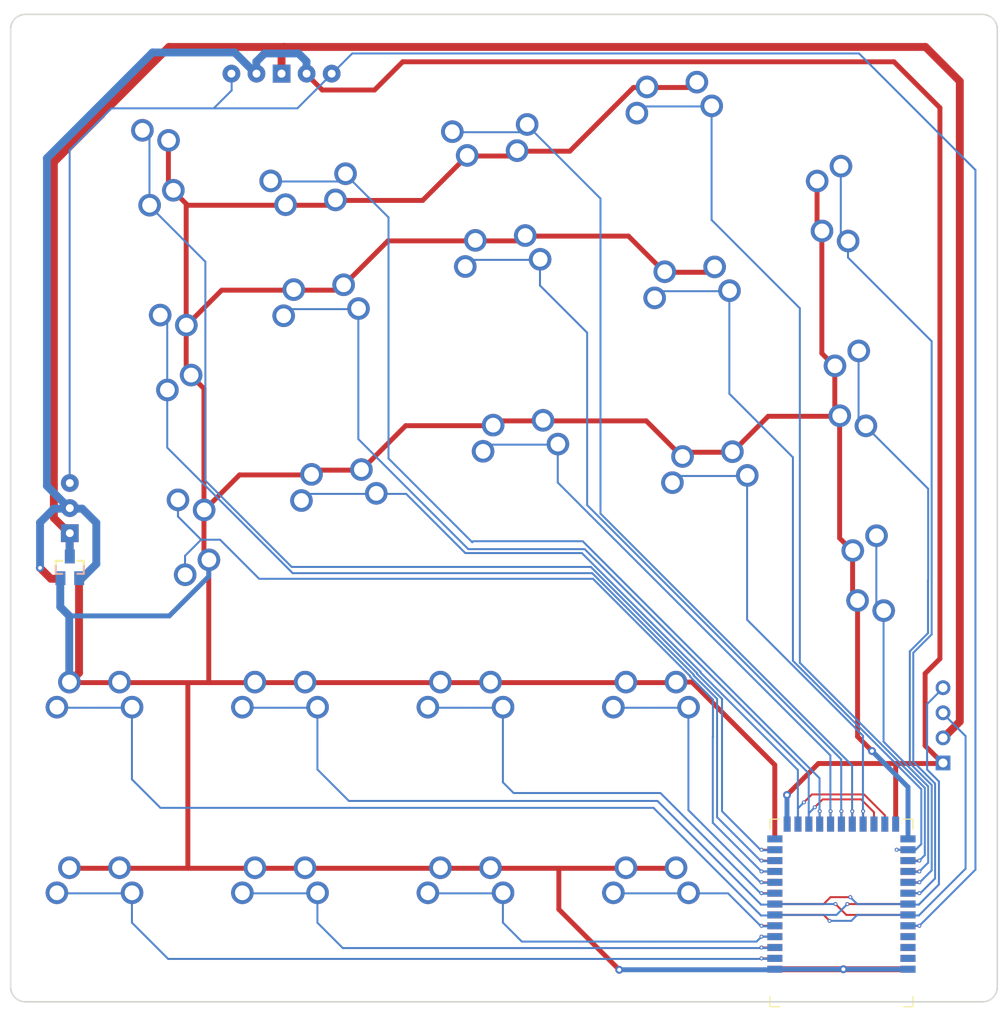
<source format=kicad_pcb>
(kicad_pcb (version 20211014) (generator pcbnew)
  (title_block (title "mitosis-board") (rev "v1.0.0") (company "Unknown"))
  (layers (0 "F.Cu" signal) (31 "B.Cu" signal) (34 "B.Paste" user) (35 "F.Paste" user) (36 "B.SilkS" user "B.Silkscreen") (37 "F.SilkS" user "F.Silkscreen") (38 "B.Mask" user) (39 "F.Mask" user) (44 "Edge.Cuts" user))
  (net 0 "")
  (net 1 "GND")
  (net 2 "t_c1_r1")
  (net 3 "t_c1_r2")
  (net 4 "t_c2_r1")
  (net 5 "t_c2_r2")
  (net 6 "t_c3_r1")
  (net 7 "t_c3_r2")
  (net 8 "t_c4_r1")
  (net 9 "t_c4_r2")
  (net 10 "m_c1_r1")
  (net 11 "m_c1_r2")
  (net 12 "m_c1_r3")
  (net 13 "m_c2_r1")
  (net 14 "m_c2_r2")
  (net 15 "m_c2_r3")
  (net 16 "m_c3_r1")
  (net 17 "m_c3_r2")
  (net 18 "m_c3_r3")
  (net 19 "m_c4_r1")
  (net 20 "m_c4_r2")
  (net 21 "m_c4_r3")
  (net 22 "m_c5_r1")
  (net 23 "m_c5_r2")
  (net 24 "m_c5_r3")
  (net 25 "DMIN")
  (net 26 "DPLUS")
  (net 27 "P005")
  (net 28 "P009")
  (net 29 "P010")
  (net 30 "XTRA")
  (net 31 "P106")
  (net 32 "SWDCLK")
  (net 33 "SWDIO")
  (net 34 "VBUS")
  (net 35 "VCC")
  (net 36 "P110")
  (net 37 "P111")
  (net 38 "P113")
  (net 39 "GND_P")
  (footprint "MountingHole:MountingHole_2.2mm_M2" (layer "F.Cu") (at 97.5 -2.5)
    (fp_text reference "")
    (fp_text value "")
  )
  (footprint "MX" (layer "F.Cu") (at 69.310968 -69.127436 5.5)
    (fp_text reference "S19" hide)
    (fp_text value "" hide)
  )
  (footprint "MX" (layer "F.Cu") (at 64.9 -8.5)
    (fp_text reference "S7" hide)
    (fp_text value "" hide)
  )
  (footprint "MX" (layer "F.Cu") (at 67.509068 -87.840884 5.5)
    (fp_text reference "S20" hide)
    (fp_text value "" hide)
  )
  (footprint "MX" (layer "F.Cu") (at 46.1 -8.5)
    (fp_text reference "S5" hide)
    (fp_text value "" hide)
  )
  (footprint "MX" (layer "F.Cu") (at 87.04679 -81.082377 95.5)
    (fp_text reference "S23" hide)
    (fp_text value "" hide)
  )
  (footprint "MX" (layer "F.Cu") (at 90.65059 -43.65548 95.5)
    (fp_text reference "S21" hide)
    (fp_text value "" hide)
  )
  (footprint "MX" (layer "F.Cu") (at 11.1962 -84.226897 -84.5)
    (fp_text reference "S11" hide)
    (fp_text value "" hide)
  )
  (footprint "MX" (layer "F.Cu") (at 51.920191 -53.589068 5.5)
    (fp_text reference "S15" hide)
    (fp_text value "" hide)
  )
  (footprint "MX" (layer "F.Cu") (at 8.5 -27.3)
    (fp_text reference "S2" hide)
    (fp_text value "" hide)
  )
  (footprint "MX" (layer "F.Cu") (at 33.513448 -48.6019 5.5)
    (fp_text reference "S12" hide)
    (fp_text value "" hide)
  )
  (footprint "MX" (layer "F.Cu") (at 88.84869 -62.368929 95.5)
    (fp_text reference "S22" hide)
    (fp_text value "" hide)
  )
  (footprint "MX" (layer "F.Cu") (at 71.112868 -50.413987 5.5)
    (fp_text reference "S18" hide)
    (fp_text value "" hide)
  )
  (footprint "MX" (layer "F.Cu") (at 27.3 -27.3)
    (fp_text reference "S4" hide)
    (fp_text value "" hide)
  )
  (footprint "MountingHole:MountingHole_2.2mm_M2" (layer "F.Cu") (at 2.5 -38)
    (fp_text reference "")
    (fp_text value "")
  )
  (footprint "SOT23" (layer "F.Cu") (at 6 -44)
    (fp_text reference "")
    (fp_text value "SOT23")
  )
  (footprint "MX" (layer "F.Cu") (at 29.909648 -86.028797 -174.5)
    (fp_text reference "S14" hide)
    (fp_text value "" hide)
  )
  (footprint "MX" (layer "F.Cu") (at 50.118291 -72.302517 5.5)
    (fp_text reference "S16" hide)
    (fp_text value "" hide)
  )
  (footprint "MountingHole:MountingHole_2.2mm_M2" (layer "F.Cu") (at 2.5 -97.5)
    (fp_text reference "")
    (fp_text value "")
  )
  (footprint "MX" (layer "F.Cu") (at 12.9981 -65.513448 -84.5)
    (fp_text reference "S10" hide)
    (fp_text value "" hide)
  )
  (footprint "MountingHole:MountingHole_2.2mm_M2" (layer "F.Cu") (at 97.5 -97.5)
    (fp_text reference "")
    (fp_text value "")
  )
  (footprint "MX" (layer "F.Cu") (at 64.9 -27.3)
    (fp_text reference "S8" hide)
    (fp_text value "" hide)
  )
  (footprint "four_pin_header" (layer "F.Cu") (at 94.5 -28 180)
    (fp_text reference "")
    (fp_text value "")
  )
  (footprint "MX" (layer "F.Cu") (at 8.5 -8.5)
    (fp_text reference "S1" hide)
    (fp_text value "" hide)
  )
  (footprint "MX" (layer "F.Cu") (at 46.1 -27.3)
    (fp_text reference "S6" hide)
    (fp_text value "" hide)
  )
  (footprint "MX" (layer "F.Cu") (at 27.3 -8.5)
    (fp_text reference "S3" hide)
    (fp_text value "" hide)
  )
  (footprint "MX" (layer "F.Cu") (at 14.8 -46.8 -84.5)
    (fp_text reference "S9" hide)
    (fp_text value "" hide)
  )
  (footprint "MX" (layer "F.Cu") (at 31.711548 -67.315349 5.5)
    (fp_text reference "S13" hide)
    (fp_text value "" hide)
  )
  (footprint "MX" (layer "F.Cu") (at 48.31639 -91.015965 -174.5)
    (fp_text reference "S17" hide)
    (fp_text value "" hide)
  )
  (footprint "nRF52840_holyiot_18010" (layer "F.Cu") (at 84.2 -9 180)
    (fp_text reference "")
    (fp_text value "nRF52840_holyiot_18010")
  )
  (footprint "magnetic_connector" (layer "B.Cu") (at 24.92 -94 -90)
    (fp_text reference "")
    (fp_text value "")
  )
  (footprint "nRF52840_holyiot_18010" (layer "B.Cu") (at 84.2 -9)
    (fp_text reference "")
    (fp_text value "nRF52840_holyiot_18010")
  )
  (footprint "magnetic_connector" (layer "B.Cu") (at 30 -94 90)
    (fp_text reference "")
    (fp_text value "")
  )
  (footprint "magnetic_connector" (layer "B.Cu") (at 6 -50 180)
    (fp_text reference "")
    (fp_text value "")
  )
  (footprint "SOT23" (layer "B.Cu") (at 6 -44 180)
    (fp_text reference "")
    (fp_text value "SOT23")
  )
  (gr_line (start 0 -98.5) (end 0 -1.5) (layer "Edge.Cuts") (width 0.15))
  (gr_arc (start 0 -98.5) (mid 0.43934 -99.56066) (end 1.5 -100) (layer "Edge.Cuts") (width 0.15))
  (gr_line (start 100 -1.5) (end 100 -98.5) (layer "Edge.Cuts") (width 0.15))
  (gr_arc (start 1.5 0) (mid 0.43934 -0.43934) (end 0 -1.5) (layer "Edge.Cuts") (width 0.15))
  (gr_arc (start 100 -1.5) (mid 99.56066 -0.43934) (end 98.5 0) (layer "Edge.Cuts") (width 0.15))
  (gr_line (start 98.5 -100) (end 1.5 -100) (layer "Edge.Cuts") (width 0.15))
  (gr_line (start 1.5 0) (end 98.5 0) (layer "Edge.Cuts") (width 0.15))
  (gr_arc (start 98.5 -100) (mid 99.56066 -99.56066) (end 100 -98.5) (layer "Edge.Cuts") (width 0.15))
  (segment (start 64.419513 -58.83255) (end 53.945427 -58.83255) (width 0.5) (layer "F.Cu") (net 1))
  (segment (start 85.334355 -45.640311) (end 85.334355 -41.070595) (width 0.5) (layer "F.Cu") (net 1))
  (segment (start 81.730555 -83.067208) (end 81.730555 -78.497492) (width 0.5) (layer "F.Cu") (net 1))
  (segment (start 87.3 -25.4) (end 85.837426 -26.862574) (width 0.5) (layer "F.Cu") (net 1))
  (segment (start 43.543826 -13.523421) (end 48.623826 -13.523421) (width 0.5) (layer "F.Cu") (net 1))
  (segment (start 77.45 -23.986446) (end 69.056446 -32.38) (width 0.5) (layer "F.Cu") (net 1))
  (segment (start 17.963826 -32.323421) (end 20.163826 -32.323421) (width 0.5) (layer "F.Cu") (net 1))
  (segment (start 19.59699 -62.100456) (end 19.59699 -49.758624) (width 0.5) (layer "F.Cu") (net 1))
  (segment (start 51.315419 -86.146222) (end 56.67492 -86.146222) (width 0.5) (layer "F.Cu") (net 1))
  (segment (start 40.038955 -58.345653) (end 35.538684 -53.845382) (width 0.5) (layer "F.Cu") (net 1))
  (segment (start 18.281987 -63.415459) (end 19.59699 -62.100456) (width 0.5) (layer "F.Cu") (net 1))
  (segment (start 43.543826 -32.323421) (end 48.623826 -32.323421) (width 0.5) (layer "F.Cu") (net 1))
  (segment (start 6.933826 -42.843421) (end 6.933826 -33.313421) (width 0.8) (layer "F.Cu") (net 1))
  (segment (start 55.563826 -13.523421) (end 55.563826 -9.363421) (width 0.5) (layer "F.Cu") (net 1))
  (segment (start 23.196851 -53.358485) (end 19.59699 -49.758624) (width 0.5) (layer "F.Cu") (net 1))
  (segment (start 15.99319 -82.615805) (end 16.480087 -82.128908) (width 0.5) (layer "F.Cu") (net 1))
  (segment (start 48.888814 -58.345653) (end 40.038955 -58.345653) (width 0.5) (layer "F.Cu") (net 1))
  (segment (start 62.617613 -77.545999) (end 66.279591 -73.884021) (width 0.5) (layer "F.Cu") (net 1))
  (segment (start 84.019352 -59.297147) (end 76.777782 -59.297147) (width 0.5) (layer "F.Cu") (net 1))
  (segment (start 38.237055 -77.059102) (end 47.086914 -77.059102) (width 0.5) (layer "F.Cu") (net 1))
  (segment (start 28.680171 -72.071934) (end 33.249887 -72.071934) (width 0.5) (layer "F.Cu") (net 1))
  (segment (start 66.279591 -73.884021) (end 70.849307 -73.884021) (width 0.5) (layer "F.Cu") (net 1))
  (segment (start 17.936838 -80.672157) (end 32.42178 -80.672157) (width 0.5) (layer "F.Cu") (net 1))
  (segment (start 47.086914 -77.059102) (end 51.65663 -77.059102) (width 0.5) (layer "F.Cu") (net 1))
  (segment (start 82.217452 -78.010595) (end 82.217452 -65.668763) (width 0.5) (layer "F.Cu") (net 1))
  (segment (start 32.908677 -81.159054) (end 41.758535 -81.159054) (width 0.5) (layer "F.Cu") (net 1))
  (segment (start 81.730555 -78.497492) (end 82.217452 -78.010595) (width 0.5) (layer "F.Cu") (net 1))
  (segment (start 76.777782 -59.297147) (end 73.138104 -55.657469) (width 0.5) (layer "F.Cu") (net 1))
  (segment (start 83.532455 -59.784044) (end 84.019352 -59.297147) (width 0.5) (layer "F.Cu") (net 1))
  (segment (start 17.963826 -13.563421) (end 18.003826 -13.523421) (width 0.5) (layer "F.Cu") (net 1))
  (segment (start 73.138104 -55.657469) (end 68.568388 -55.657469) (width 0.5) (layer "F.Cu") (net 1))
  (segment (start 55.563826 -13.523421) (end 62.343826 -13.523421) (width 0.5) (layer "F.Cu") (net 1))
  (segment (start 18.003826 -13.523421) (end 24.743826 -13.523421) (width 0.5) (layer "F.Cu") (net 1))
  (segment (start 84.019352 -59.297147) (end 84.019352 -46.955314) (width 0.5) (layer "F.Cu") (net 1))
  (segment (start 85.334355 -41.070595) (end 85.821252 -40.583698) (width 0.5) (layer "F.Cu") (net 1))
  (segment (start 17.79509 -80.813905) (end 17.936838 -80.672157) (width 0.5) (layer "F.Cu") (net 1))
  (segment (start 20.083887 -44.702011) (end 20.083887 -32.40336) (width 0.5) (layer "F.Cu") (net 1))
  (segment (start 21.394952 -72.071934) (end 28.680171 -72.071934) (width 0.5) (layer "F.Cu") (net 1))
  (segment (start 46.258806 -85.659325) (end 50.828522 -85.659325) (width 0.5) (layer "F.Cu") (net 1))
  (segment (start 19.59699 -45.188908) (end 20.083887 -44.702011) (width 0.5) (layer "F.Cu") (net 1))
  (segment (start 24.743826 -13.523421) (end 29.823826 -13.523421) (width 0.5) (layer "F.Cu") (net 1))
  (segment (start 5.943826 -32.323421) (end 11.023826 -32.323421) (width 0.5) (layer "F.Cu") (net 1))
  (segment (start 5.943826 -13.523421) (end 11.023826 -13.523421) (width 0.5) (layer "F.Cu") (net 1))
  (segment (start 17.963826 -32.323421) (end 17.963826 -13.563421) (width 0.5) (layer "F.Cu") (net 1))
  (segment (start 51.65663 -77.059102) (end 52.143527 -77.545999) (width 0.5) (layer "F.Cu") (net 1))
  (segment (start 17.79509 -63.902356) (end 18.281987 -63.415459) (width 0.5) (layer "F.Cu") (net 1))
  (segment (start 6.933826 -33.313421) (end 5.943826 -32.323421) (width 0.8) (layer "F.Cu") (net 1))
  (segment (start 35.538684 -53.845382) (end 30.968968 -53.845382) (width 0.5) (layer "F.Cu") (net 1))
  (segment (start 24.743826 -32.323421) (end 29.823826 -32.323421) (width 0.5) (layer "F.Cu") (net 1))
  (segment (start 69.047407 -92.597469) (end 69.534304 -93.084366) (width 0.5) (layer "F.Cu") (net 1))
  (segment (start 33.249887 -72.071934) (end 33.736784 -72.558831) (width 0.5) (layer "F.Cu") (net 1))
  (segment (start 84.019352 -46.955314) (end 85.334355 -45.640311) (width 0.5) (layer "F.Cu") (net 1))
  (segment (start 32.42178 -80.672157) (end 32.908677 -81.159054) (width 0.5) (layer "F.Cu") (net 1))
  (segment (start 20.163826 -32.323421) (end 24.743826 -32.323421) (width 0.5) (layer "F.Cu") (net 1))
  (segment (start 29.823826 -13.523421) (end 43.543826 -13.523421) (width 0.5) (layer "F.Cu") (net 1))
  (segment (start 29.823826 -32.323421) (end 43.543826 -32.323421) (width 0.5) (layer "F.Cu") (net 1))
  (segment (start 77.45 -3.3) (end 84.4 -3.3) (width 0.6) (layer "F.Cu") (net 1))
  (segment (start 11.023826 -13.523421) (end 18.003826 -13.523421) (width 0.5) (layer "F.Cu") (net 1))
  (segment (start 49.375711 -58.83255) (end 48.888814 -58.345653) (width 0.5) (layer "F.Cu") (net 1))
  (segment (start 48.623826 -32.323421) (end 62.343826 -32.323421) (width 0.5) (layer "F.Cu") (net 1))
  (segment (start 55.563826 -9.363421) (end 61.683826 -3.243421) (width 0.5) (layer "F.Cu") (net 1))
  (segment (start 16.480087 -82.128908) (end 17.79509 -80.813905) (width 0.5) (layer "F.Cu") (net 1))
  (segment (start 15.99319 -87.185521) (end 15.99319 -82.615805) (width 0.5) (layer "F.Cu") (net 1))
  (segment (start 82.217452 -65.668763) (end 83.532455 -64.35376) (width 0.5) (layer "F.Cu") (net 1))
  (segment (start 77.45 -16.5) (end 77.45 -23.986446) (width 0.5) (layer "F.Cu") (net 1))
  (segment (start 19.59699 -49.758624) (end 19.59699 -45.188908) (width 0.5) (layer "F.Cu") (net 1))
  (segment (start 70.849307 -73.884021) (end 71.336204 -74.370918) (width 0.5) (layer "F.Cu") (net 1))
  (segment (start 62.343826 -32.323421) (end 67.423826 -32.323421) (width 0.5) (layer "F.Cu") (net 1))
  (segment (start 11.023826 -32.323421) (end 17.963826 -32.323421) (width 0.5) (layer "F.Cu") (net 1))
  (segment (start 68.568388 -55.657469) (end 68.081491 -55.170572) (width 0.5) (layer "F.Cu") (net 1))
  (segment (start 17.79509 -68.472072) (end 21.394952 -72.071934) (width 0.5) (layer "F.Cu") (net 1))
  (segment (start 56.67492 -86.146222) (end 63.126167 -92.597469) (width 0.5) (layer "F.Cu") (net 1))
  (segment (start 48.623826 -13.523421) (end 55.563826 -13.523421) (width 0.5) (layer "F.Cu") (net 1))
  (segment (start 52.143527 -77.545999) (end 62.617613 -77.545999) (width 0.5) (layer "F.Cu") (net 1))
  (segment (start 85.837426 -26.862574) (end 85.837426 -40.640277) (width 0.5) (layer "F.Cu") (net 1))
  (segment (start 20.083887 -32.40336) (end 20.163826 -32.323421) (width 0.5) (layer "F.Cu") (net 1))
  (segment (start 41.758535 -81.159054) (end 46.258806 -85.659325) (width 0.5) (layer "F.Cu") (net 1))
  (segment (start 90.95 -3.3) (end 84.4 -3.3) (width 0.6) (layer "F.Cu") (net 1))
  (segment (start 17.79509 -80.813905) (end 17.79509 -68.472072) (width 0.5) (layer "F.Cu") (net 1))
  (segment (start 62.343826 -13.523421) (end 67.423826 -13.523421) (width 0.5) (layer "F.Cu") (net 1))
  (segment (start 30.968968 -53.845382) (end 30.482071 -53.358485) (width 0.5) (layer "F.Cu") (net 1))
  (segment (start 33.736784 -72.558831) (end 38.237055 -77.059102) (width 0.5) (layer "F.Cu") (net 1))
  (segment (start 63.126167 -92.597469) (end 69.047407 -92.597469) (width 0.5) (layer "F.Cu") (net 1))
  (segment (start 17.79509 -68.472072) (end 17.79509 -63.902356) (width 0.5) (layer "F.Cu") (net 1))
  (segment (start 50.828522 -85.659325) (end 51.315419 -86.146222) (width 0.5) (layer "F.Cu") (net 1))
  (segment (start 83.532455 -64.35376) (end 83.532455 -59.784044) (width 0.5) (layer "F.Cu") (net 1))
  (segment (start 53.945427 -58.83255) (end 49.375711 -58.83255) (width 0.5) (layer "F.Cu") (net 1))
  (segment (start 68.081491 -55.170572) (end 64.419513 -58.83255) (width 0.5) (layer "F.Cu") (net 1))
  (segment (start 30.482071 -53.358485) (end 23.196851 -53.358485) (width 0.5) (layer "F.Cu") (net 1))
  (segment (start 69.056446 -32.38) (end 67.44 -32.38) (width 0.5) (layer "F.Cu") (net 1))
  (via (at 87.3 -25.4) (size 0.8) (drill 0.4) (layers "F.Cu" "B.Cu") (net 1))
  (via (at 84.4 -3.3) (size 0.8) (drill 0.4) (layers "F.Cu" "B.Cu") (net 1))
  (via (at 61.683826 -3.243421) (size 0.8) (drill 0.4) (layers "F.Cu" "B.Cu") (net 1))
  (segment (start 61.683826 -3.243421) (end 77.433826 -3.243421) (width 0.5) (layer "B.Cu") (net 1))
  (segment (start 20.083887 -43.085565) (end 16.081743 -39.083421) (width 0.5) (layer "B.Cu") (net 1))
  (segment (start 77.45 -3.3) (end 84.4 -3.3) (width 0.5) (layer "B.Cu") (net 1))
  (segment (start 16.081743 -39.083421) (end 5.943826 -39.083421) (width 0.5) (layer "B.Cu") (net 1))
  (segment (start 20.083887 -44.702011) (end 20.083887 -43.085565) (width 0.5) (layer "B.Cu") (net 1))
  (segment (start 90.95 -16.5) (end 90.95 -21.75) (width 0.5) (layer "B.Cu") (net 1))
  (segment (start 90.95 -21.75) (end 87.3 -25.4) (width 0.5) (layer "B.Cu") (net 1))
  (segment (start 5.033826 -42.843421) (end 5.033826 -39.993421) (width 0.8) (layer "B.Cu") (net 1))
  (segment (start 5.943826 -39.083421) (end 5.943826 -32.323421) (width 0.8) (layer "B.Cu") (net 1))
  (segment (start 90.95 -3.3) (end 84.4 -3.3) (width 0.5) (layer "B.Cu") (net 1))
  (segment (start 5.033826 -39.993421) (end 5.943826 -39.083421) (width 0.8) (layer "B.Cu") (net 1))
  (segment (start 77.45 -4.4) (end 76.1 -4.4) (width 0.2) (layer "F.Cu") (net 2))
  (via (at 76.1 -4.4) (size 0.4) (drill 0.2) (layers "F.Cu" "B.Cu") (net 2))
  (segment (start 12.293826 -8.015768) (end 12.293826 -10.983421) (width 0.2) (layer "B.Cu") (net 2))
  (segment (start 77.433826 -4.343421) (end 15.966173 -4.343421) (width 0.2) (layer "B.Cu") (net 2))
  (segment (start 12.293826 -10.983421) (end 4.673826 -10.983421) (width 0.2) (layer "B.Cu") (net 2))
  (segment (start 15.966173 -4.343421) (end 12.293826 -8.015768) (width 0.2) (layer "B.Cu") (net 2))
  (segment (start 90.95 -9.9) (end 84.8 -9.9) (width 0.2) (layer "F.Cu") (net 3))
  (via (at 84.8 -9.9) (size 0.4) (drill 0.2) (layers "F.Cu" "B.Cu") (net 3))
  (segment (start 83.7 -8.8) (end 77.45 -8.8) (width 0.2) (layer "B.Cu") (net 3))
  (segment (start 15.183826 -19.643421) (end 12.293826 -22.533421) (width 0.2) (layer "B.Cu") (net 3))
  (segment (start 76.056579 -8.743421) (end 65.156579 -19.643421) (width 0.2) (layer "B.Cu") (net 3))
  (segment (start 65.156579 -19.643421) (end 15.183826 -19.643421) (width 0.2) (layer "B.Cu") (net 3))
  (segment (start 12.293826 -29.783421) (end 4.673826 -29.783421) (width 0.2) (layer "B.Cu") (net 3))
  (segment (start 77.433826 -8.743421) (end 76.056579 -8.743421) (width 0.2) (layer "B.Cu") (net 3))
  (segment (start 84.8 -9.9) (end 83.7 -8.8) (width 0.2) (layer "B.Cu") (net 3))
  (segment (start 12.293826 -22.533421) (end 12.293826 -29.783421) (width 0.2) (layer "B.Cu") (net 3))
  (segment (start 77.45 -5.5) (end 76.1 -5.5) (width 0.2) (layer "F.Cu") (net 4))
  (via (at 76.1 -5.5) (size 0.4) (drill 0.2) (layers "F.Cu" "B.Cu") (net 4))
  (segment (start 77.433826 -5.443421) (end 33.666173 -5.443421) (width 0.2) (layer "B.Cu") (net 4))
  (segment (start 33.666173 -5.443421) (end 31.093826 -8.015768) (width 0.2) (layer "B.Cu") (net 4))
  (segment (start 23.473826 -10.983421) (end 31.093826 -10.983421) (width 0.2) (layer "B.Cu") (net 4))
  (segment (start 31.093826 -8.015768) (end 31.093826 -10.983421) (width 0.2) (layer "B.Cu") (net 4))
  (segment (start 84.7 -8.8) (end 90.95 -8.8) (width 0.2) (layer "F.Cu") (net 5))
  (segment (start 83.6 -9.9) (end 84.7 -8.8) (width 0.2) (layer "F.Cu") (net 5))
  (via (at 83.6 -9.9) (size 0.4) (drill 0.2) (layers "F.Cu" "B.Cu") (net 5))
  (segment (start 77.433826 -9.843421) (end 76.056579 -9.843421) (width 0.2) (layer "B.Cu") (net 5))
  (segment (start 34.283826 -20.343421) (end 31.093826 -23.533421) (width 0.2) (layer "B.Cu") (net 5))
  (segment (start 76.056579 -9.843421) (end 65.556579 -20.343421) (width 0.2) (layer "B.Cu") (net 5))
  (segment (start 31.093826 -29.783421) (end 23.473826 -29.783421) (width 0.2) (layer "B.Cu") (net 5))
  (segment (start 77.45 -9.9) (end 83.6 -9.9) (width 0.2) (layer "B.Cu") (net 5))
  (segment (start 31.093826 -23.533421) (end 31.093826 -29.783421) (width 0.2) (layer "B.Cu") (net 5))
  (segment (start 65.556579 -20.343421) (end 34.283826 -20.343421) (width 0.2) (layer "B.Cu") (net 5))
  (segment (start 77.45 -6.6) (end 76.1 -6.6) (width 0.2) (layer "F.Cu") (net 6))
  (via (at 76.1 -6.6) (size 0.4) (drill 0.2) (layers "F.Cu" "B.Cu") (net 6))
  (segment (start 77.377247 -6.6) (end 76.1 -6.6) (width 0.2) (layer "B.Cu") (net 6))
  (segment (start 75.6 -6.1) (end 51.809594 -6.1) (width 0.2) (layer "B.Cu") (net 6))
  (segment (start 76.1 -6.6) (end 75.6 -6.1) (width 0.2) (layer "B.Cu") (net 6))
  (segment (start 49.893826 -10.983421) (end 42.273826 -10.983421) (width 0.2) (layer "B.Cu") (net 6))
  (segment (start 49.893826 -8.015768) (end 49.893826 -10.983421) (width 0.2) (layer "B.Cu") (net 6))
  (segment (start 51.809594 -6.1) (end 49.893826 -8.015768) (width 0.2) (layer "B.Cu") (net 6))
  (segment (start 77.45 -11) (end 76.1 -11) (width 0.2) (layer "F.Cu") (net 7))
  (via (at 76.1 -11) (size 0.4) (drill 0.2) (layers "F.Cu" "B.Cu") (net 7))
  (segment (start 49.893826 -29.783421) (end 42.273826 -29.783421) (width 0.2) (layer "B.Cu") (net 7))
  (segment (start 50.983826 -21.143421) (end 49.893826 -22.233421) (width 0.2) (layer "B.Cu") (net 7))
  (segment (start 65.856579 -21.143421) (end 50.983826 -21.143421) (width 0.2) (layer "B.Cu") (net 7))
  (segment (start 77.433826 -10.943421) (end 76.056579 -10.943421) (width 0.2) (layer "B.Cu") (net 7))
  (segment (start 76.056579 -10.943421) (end 65.856579 -21.143421) (width 0.2) (layer "B.Cu") (net 7))
  (segment (start 49.893826 -22.233421) (end 49.893826 -29.783421) (width 0.2) (layer "B.Cu") (net 7))
  (segment (start 77.45 -7.7) (end 76.1 -7.7) (width 0.2) (layer "F.Cu") (net 8))
  (via (at 76.1 -7.7) (size 0.4) (drill 0.2) (layers "F.Cu" "B.Cu") (net 8))
  (segment (start 76.056579 -7.643421) (end 72.716579 -10.983421) (width 0.2) (layer "B.Cu") (net 8))
  (segment (start 77.433826 -7.643421) (end 76.056579 -7.643421) (width 0.2) (layer "B.Cu") (net 8))
  (segment (start 72.716579 -10.983421) (end 61.073826 -10.983421) (width 0.2) (layer "B.Cu") (net 8))
  (segment (start 77.45 -12.1) (end 76.1 -12.1) (width 0.2) (layer "F.Cu") (net 9))
  (via (at 76.1 -12.1) (size 0.4) (drill 0.2) (layers "F.Cu" "B.Cu") (net 9))
  (segment (start 76.056579 -12.043421) (end 68.693826 -19.406174) (width 0.2) (layer "B.Cu") (net 9))
  (segment (start 68.693826 -29.783421) (end 61.073826 -29.783421) (width 0.2) (layer "B.Cu") (net 9))
  (segment (start 68.693826 -19.406174) (end 68.693826 -29.783421) (width 0.2) (layer "B.Cu") (net 9))
  (segment (start 77.433826 -12.043421) (end 76.056579 -12.043421) (width 0.2) (layer "B.Cu") (net 9))
  (segment (start 77.45 -13.2) (end 76.1 -13.2) (width 0.2) (layer "F.Cu") (net 10))
  (via (at 76.1 -13.2) (size 0.4) (drill 0.2) (layers "F.Cu" "B.Cu") (net 10))
  (segment (start 59.016599 -42.843421) (end 25.183826 -42.843421) (width 0.2) (layer "B.Cu") (net 10))
  (segment (start 19.309843 -46.8) (end 16.963134 -49.146709) (width 0.2) (layer "B.Cu") (net 10))
  (segment (start 71.164247 -18.135753) (end 71.164247 -26.786594) (width 0.2) (layer "B.Cu") (net 10))
  (segment (start 68.882511 -32.904756) (end 68.882511 -32.977509) (width 0.2) (layer "B.Cu") (net 10))
  (segment (start 16.963134 -49.146709) (end 16.963134 -50.835908) (width 0.2) (layer "B.Cu") (net 10))
  (segment (start 71.180421 -26.802768) (end 71.180421 -30.606846) (width 0.2) (layer "B.Cu") (net 10))
  (segment (start 68.882511 -32.977509) (end 59.016599 -42.843421) (width 0.2) (layer "B.Cu") (net 10))
  (segment (start 77.45 -13.2) (end 76.1 -13.2) (width 0.2) (layer "B.Cu") (net 10))
  (segment (start 76.1 -13.2) (end 71.164247 -18.135753) (width 0.2) (layer "B.Cu") (net 10))
  (segment (start 71.180421 -30.606846) (end 68.882511 -32.904756) (width 0.2) (layer "B.Cu") (net 10))
  (segment (start 19.309843 -46.8) (end 17.677305 -45.167462) (width 0.2) (layer "B.Cu") (net 10))
  (segment (start 71.164247 -26.786594) (end 71.180421 -26.802768) (width 0.2) (layer "B.Cu") (net 10))
  (segment (start 25.183826 -42.843421) (end 21.227247 -46.8) (width 0.2) (layer "B.Cu") (net 10))
  (segment (start 17.677305 -45.167462) (end 17.677305 -43.19441) (width 0.2) (layer "B.Cu") (net 10))
  (segment (start 21.227247 -46.8) (end 19.309843 -46.8) (width 0.2) (layer "B.Cu") (net 10))
  (segment (start 77.45 -14.3) (end 76.1 -14.3) (width 0.2) (layer "F.Cu") (net 11))
  (via (at 76.1 -14.3) (size 0.4) (drill 0.2) (layers "F.Cu" "B.Cu") (net 11))
  (segment (start 77.433826 -14.243421) (end 76.056579 -14.243421) (width 0.2) (layer "B.Cu") (net 11))
  (segment (start 58.942496 -43.411808) (end 28.588192 -43.411808) (width 0.2) (layer "B.Cu") (net 11))
  (segment (start 69.232022 -33.122282) (end 58.942496 -43.411808) (width 0.2) (layer "B.Cu") (net 11))
  (segment (start 15.875405 -68.762432) (end 15.14506 -69.492777) (width 0.2) (layer "B.Cu") (net 11))
  (segment (start 15.875405 -56.124595) (end 15.875405 -68.762432) (width 0.2) (layer "B.Cu") (net 11))
  (segment (start 69.232022 -33.049529) (end 69.232022 -33.122282) (width 0.2) (layer "B.Cu") (net 11))
  (segment (start 28.588192 -43.411808) (end 15.875405 -56.124595) (width 0.2) (layer "B.Cu") (net 11))
  (segment (start 71.6 -30.681551) (end 69.232022 -33.049529) (width 0.2) (layer "B.Cu") (net 11))
  (segment (start 71.6 -18.7) (end 71.6 -30.681551) (width 0.2) (layer "B.Cu") (net 11))
  (segment (start 76.056579 -14.243421) (end 71.6 -18.7) (width 0.2) (layer "B.Cu") (net 11))
  (segment (start 77.45 -15.4) (end 76.1 -15.4) (width 0.2) (layer "F.Cu") (net 12))
  (via (at 76.1 -15.4) (size 0.4) (drill 0.2) (layers "F.Cu" "B.Cu") (net 12))
  (segment (start 14.073505 -80.621307) (end 14.073505 -87.475881) (width 0.2) (layer "B.Cu") (net 12))
  (segment (start 77.433826 -15.343421) (end 76.056579 -15.343421) (width 0.2) (layer "B.Cu") (net 12))
  (segment (start 72.1 -19.3) (end 72.1 -30.675835) (width 0.2) (layer "B.Cu") (net 12))
  (segment (start 76.056579 -15.343421) (end 72.1 -19.3) (width 0.2) (layer "B.Cu") (net 12))
  (segment (start 28.483826 -44.043421) (end 19.740672 -52.786575) (width 0.2) (layer "B.Cu") (net 12))
  (segment (start 19.740672 -52.786575) (end 19.740672 -74.95414) (width 0.2) (layer "B.Cu") (net 12))
  (segment (start 19.740672 -74.95414) (end 14.073505 -80.621307) (width 0.2) (layer "B.Cu") (net 12))
  (segment (start 72.1 -30.675835) (end 69.581533 -33.194302) (width 0.2) (layer "B.Cu") (net 12))
  (segment (start 58.805167 -44.043421) (end 28.483826 -44.043421) (width 0.2) (layer "B.Cu") (net 12))
  (segment (start 14.073505 -87.475881) (end 13.34316 -88.206226) (width 0.2) (layer "B.Cu") (net 12))
  (segment (start 69.581533 -33.194302) (end 69.581533 -33.267055) (width 0.2) (layer "B.Cu") (net 12))
  (segment (start 69.581533 -33.267055) (end 58.805167 -44.043421) (width 0.2) (layer "B.Cu") (net 12))
  (segment (start 88.6 -18) (end 88.6 -18.9) (width 0.2) (layer "F.Cu") (net 13))
  (segment (start 86.5 -21) (end 81.2 -21) (width 0.2) (layer "F.Cu") (net 13))
  (segment (start 81.2 -21) (end 80.4 -20.2) (width 0.2) (layer "F.Cu") (net 13))
  (segment (start 88.6 -18.9) (end 86.5 -21) (width 0.2) (layer "F.Cu") (net 13))
  (via (at 80.4 -20.2) (size 0.4) (drill 0.2) (layers "F.Cu" "B.Cu") (net 13))
  (segment (start 46.083826 -45.443421) (end 40.088447 -51.4388) (width 0.2) (layer "B.Cu") (net 13))
  (segment (start 69.931044 -33.339076) (end 69.931044 -33.411829) (width 0.2) (layer "B.Cu") (net 13))
  (segment (start 80.4 -20.2) (end 79.8 -19.6) (width 0.2) (layer "B.Cu") (net 13))
  (segment (start 69.931044 -33.411829) (end 57.899452 -45.443421) (width 0.2) (layer "B.Cu") (net 13))
  (segment (start 40.088447 -51.4388) (end 30.191711 -51.4388) (width 0.2) (layer "B.Cu") (net 13))
  (segment (start 79.8 -19.6) (end 79.8 -18) (width 0.2) (layer "B.Cu") (net 13))
  (segment (start 57.899452 -45.443421) (end 46.083826 -45.443421) (width 0.2) (layer "B.Cu") (net 13))
  (segment (start 79.783826 -17.943421) (end 79.783826 -23.486294) (width 0.2) (layer "B.Cu") (net 13))
  (segment (start 79.783826 -23.486294) (end 69.931044 -33.339076) (width 0.2) (layer "B.Cu") (net 13))
  (segment (start 30.191711 -51.4388) (end 29.461366 -50.708455) (width 0.2) (layer "B.Cu") (net 13))
  (segment (start 82.3 -20.5) (end 81.5 -19.7) (width 0.2) (layer "F.Cu") (net 14))
  (segment (start 87.5 -19.2) (end 86.2 -20.5) (width 0.2) (layer "F.Cu") (net 14))
  (segment (start 86.2 -20.5) (end 82.3 -20.5) (width 0.2) (layer "F.Cu") (net 14))
  (segment (start 87.5 -18) (end 87.5 -19.2) (width 0.2) (layer "F.Cu") (net 14))
  (via (at 81.5 -19.7) (size 0.4) (drill 0.2) (layers "F.Cu" "B.Cu") (net 14))
  (segment (start 58.183826 -45.843421) (end 46.383826 -45.843421) (width 0.2) (layer "B.Cu") (net 14))
  (segment (start 80.883826 -23.143421) (end 58.183826 -45.843421) (width 0.2) (layer "B.Cu") (net 14))
  (segment (start 27.659466 -69.421904) (end 28.389811 -70.152249) (width 0.2) (layer "B.Cu") (net 14))
  (segment (start 81.5 -19.7) (end 80.9 -19.1) (width 0.2) (layer "B.Cu") (net 14))
  (segment (start 80.9 -19.1) (end 80.9 -18) (width 0.2) (layer "B.Cu") (net 14))
  (segment (start 80.883826 -17.943421) (end 80.883826 -23.143421) (width 0.2) (layer "B.Cu") (net 14))
  (segment (start 46.383826 -45.843421) (end 35.244385 -56.982862) (width 0.2) (layer "B.Cu") (net 14))
  (segment (start 35.244385 -56.982862) (end 35.244385 -70.152249) (width 0.2) (layer "B.Cu") (net 14))
  (segment (start 28.389811 -70.152249) (end 35.244385 -70.152249) (width 0.2) (layer "B.Cu") (net 14))
  (segment (start 82 -18) (end 82 -19.3) (width 0.2) (layer "F.Cu") (net 15))
  (via (at 82 -19.3) (size 0.4) (drill 0.2) (layers "F.Cu" "B.Cu") (net 15))
  (segment (start 46.783826 -46.543421) (end 38.3 -55.027247) (width 0.2) (layer "B.Cu") (net 15))
  (segment (start 38.3 -55.027247) (end 38.3 -79.438466) (width 0.2) (layer "B.Cu") (net 15))
  (segment (start 81.983826 -17.943421) (end 81.983826 -22.643421) (width 0.2) (layer "B.Cu") (net 15))
  (segment (start 46.883826 -46.643421) (end 46.783826 -46.543421) (width 0.2) (layer "B.Cu") (net 15))
  (segment (start 38.3 -79.438466) (end 33.929382 -83.809084) (width 0.2) (layer "B.Cu") (net 15))
  (segment (start 81.983826 -22.643421) (end 57.983826 -46.643421) (width 0.2) (layer "B.Cu") (net 15))
  (segment (start 57.983826 -46.643421) (end 46.883826 -46.643421) (width 0.2) (layer "B.Cu") (net 15))
  (segment (start 33.199037 -83.078739) (end 26.344463 -83.078739) (width 0.2) (layer "B.Cu") (net 15))
  (segment (start 33.929382 -83.809084) (end 33.199037 -83.078739) (width 0.2) (layer "B.Cu") (net 15))
  (segment (start 83.1 -18) (end 83.1 -19.3) (width 0.2) (layer "F.Cu") (net 16))
  (via (at 83.1 -19.3) (size 0.4) (drill 0.2) (layers "F.Cu" "B.Cu") (net 16))
  (segment (start 83.083826 -24.954853) (end 55.453028 -52.585651) (width 0.2) (layer "B.Cu") (net 16))
  (segment (start 47.868109 -55.695623) (end 48.598454 -56.425968) (width 0.2) (layer "B.Cu") (net 16))
  (segment (start 48.598454 -56.425968) (end 55.453028 -56.425968) (width 0.2) (layer "B.Cu") (net 16))
  (segment (start 83.083826 -17.943421) (end 83.083826 -24.954853) (width 0.2) (layer "B.Cu") (net 16))
  (segment (start 55.453028 -52.585651) (end 55.453028 -56.425968) (width 0.2) (layer "B.Cu") (net 16))
  (segment (start 84.2 -18) (end 84.2 -19.3) (width 0.2) (layer "F.Cu") (net 17))
  (via (at 84.2 -19.3) (size 0.4) (drill 0.2) (layers "F.Cu" "B.Cu") (net 17))
  (segment (start 53.651128 -72.542783) (end 53.651128 -75.139417) (width 0.2) (layer "B.Cu") (net 17))
  (segment (start 84.183826 -17.943421) (end 84.183826 -24.549137) (width 0.2) (layer "B.Cu") (net 17))
  (segment (start 58.434315 -50.298648) (end 58.434315 -67.759596) (width 0.2) (layer "B.Cu") (net 17))
  (segment (start 58.434315 -67.759596) (end 53.651128 -72.542783) (width 0.2) (layer "B.Cu") (net 17))
  (segment (start 46.796554 -75.139417) (end 53.651128 -75.139417) (width 0.2) (layer "B.Cu") (net 17))
  (segment (start 84.183826 -24.549137) (end 58.434315 -50.298648) (width 0.2) (layer "B.Cu") (net 17))
  (segment (start 46.066209 -74.409072) (end 46.796554 -75.139417) (width 0.2) (layer "B.Cu") (net 17))
  (segment (start 85.3 -18) (end 85.3 -19.3) (width 0.2) (layer "F.Cu") (net 18))
  (via (at 85.3 -19.3) (size 0.4) (drill 0.2) (layers "F.Cu" "B.Cu") (net 18))
  (segment (start 85.283826 -17.943421) (end 85.283826 -23.943421) (width 0.2) (layer "B.Cu") (net 18))
  (segment (start 59.783826 -49.443421) (end 59.783826 -81.34855) (width 0.2) (layer "B.Cu") (net 18))
  (segment (start 44.751205 -88.065907) (end 51.605779 -88.065907) (width 0.2) (layer "B.Cu") (net 18))
  (segment (start 51.605779 -88.065907) (end 52.336124 -88.796252) (width 0.2) (layer "B.Cu") (net 18))
  (segment (start 59.783826 -81.34855) (end 52.336124 -88.796252) (width 0.2) (layer "B.Cu") (net 18))
  (segment (start 85.283826 -23.943421) (end 59.783826 -49.443421) (width 0.2) (layer "B.Cu") (net 18))
  (segment (start 86.4 -18) (end 86.4 -19.3) (width 0.2) (layer "F.Cu") (net 19))
  (via (at 86.4 -19.3) (size 0.4) (drill 0.2) (layers "F.Cu" "B.Cu") (net 19))
  (segment (start 86.383826 -26.949137) (end 74.645705 -38.687258) (width 0.2) (layer "B.Cu") (net 19))
  (segment (start 86.383826 -17.943421) (end 86.383826 -26.949137) (width 0.2) (layer "B.Cu") (net 19))
  (segment (start 74.645705 -38.687258) (end 74.645705 -53.250887) (width 0.2) (layer "B.Cu") (net 19))
  (segment (start 67.060786 -52.520542) (end 67.791131 -53.250887) (width 0.2) (layer "B.Cu") (net 19))
  (segment (start 67.791131 -53.250887) (end 74.645705 -53.250887) (width 0.2) (layer "B.Cu") (net 19))
  (segment (start 89.8 -15.4) (end 90.95 -15.4) (width 0.2) (layer "F.Cu") (net 20))
  (via (at 89.8 -15.4) (size 0.4) (drill 0.2) (layers "F.Cu" "B.Cu") (net 20))
  (segment (start 91.664337 -15.343421) (end 92.299999 -15.979083) (width 0.2) (layer "B.Cu") (net 20))
  (segment (start 90.95 -15.4) (end 89.8 -15.4) (width 0.2) (layer "B.Cu") (net 20))
  (segment (start 92.299999 -15.979083) (end 92.3 -21.522866) (width 0.2) (layer "B.Cu") (net 20))
  (segment (start 90.085782 -23.737086) (end 90.085782 -23.741465) (width 0.2) (layer "B.Cu") (net 20))
  (segment (start 90.933826 -15.343421) (end 91.664337 -15.343421) (width 0.2) (layer "B.Cu") (net 20))
  (segment (start 90.085782 -23.741465) (end 79.283826 -34.543421) (width 0.2) (layer "B.Cu") (net 20))
  (segment (start 79.283826 -34.543421) (end 79.283826 -55.143421) (width 0.2) (layer "B.Cu") (net 20))
  (segment (start 79.283826 -55.143421) (end 72.843805 -61.583442) (width 0.2) (layer "B.Cu") (net 20))
  (segment (start 72.843805 -71.964336) (end 65.989231 -71.964336) (width 0.2) (layer "B.Cu") (net 20))
  (segment (start 72.843805 -61.583442) (end 72.843805 -71.964336) (width 0.2) (layer "B.Cu") (net 20))
  (segment (start 92.3 -21.522866) (end 90.085782 -23.737086) (width 0.2) (layer "B.Cu") (net 20))
  (segment (start 65.989231 -71.964336) (end 65.258886 -71.233991) (width 0.2) (layer "B.Cu") (net 20))
  (segment (start 90.95 -14.3) (end 92.1 -14.3) (width 0.2) (layer "F.Cu") (net 21))
  (via (at 92.1 -14.3) (size 0.4) (drill 0.2) (layers "F.Cu" "B.Cu") (net 21))
  (segment (start 92.043421 -14.243421) (end 92.64951 -14.84951) (width 0.2) (layer "B.Cu") (net 21))
  (segment (start 90.435293 -23.886249) (end 79.983826 -34.337716) (width 0.2) (layer "B.Cu") (net 21))
  (segment (start 79.983826 -34.337716) (end 79.983826 -70.243421) (width 0.2) (layer "B.Cu") (net 21))
  (segment (start 71.041905 -90.677784) (end 64.187331 -90.677784) (width 0.2) (layer "B.Cu") (net 21))
  (segment (start 64.187331 -90.677784) (end 63.456986 -89.947439) (width 0.2) (layer "B.Cu") (net 21))
  (segment (start 90.435293 -23.881858) (end 90.435293 -23.886249) (width 0.2) (layer "B.Cu") (net 21))
  (segment (start 90.933826 -14.243421) (end 92.043421 -14.243421) (width 0.2) (layer "B.Cu") (net 21))
  (segment (start 92.649511 -21.667638) (end 90.435293 -23.881858) (width 0.2) (layer "B.Cu") (net 21))
  (segment (start 92.64951 -14.84951) (end 92.649511 -21.667638) (width 0.2) (layer "B.Cu") (net 21))
  (segment (start 71.041905 -79.185342) (end 71.041905 -90.677784) (width 0.2) (layer "B.Cu") (net 21))
  (segment (start 79.983826 -70.243421) (end 71.041905 -79.185342) (width 0.2) (layer "B.Cu") (net 21))
  (segment (start 90.95 -13.2) (end 92.1 -13.2) (width 0.2) (layer "F.Cu") (net 22))
  (via (at 92.1 -13.2) (size 0.4) (drill 0.2) (layers "F.Cu" "B.Cu") (net 22))
  (segment (start 90.634315 -24.1815) (end 90.634315 -24.181523) (width 0.2) (layer "B.Cu") (net 22))
  (segment (start 92.999021 -21.812411) (end 90.784804 -24.02663) (width 0.2) (layer "B.Cu") (net 22))
  (segment (start 88.471282 -26.344556) (end 88.471282 -39.562993) (width 0.2) (layer "B.Cu") (net 22))
  (segment (start 87.740937 -40.293338) (end 87.740937 -47.147912) (width 0.2) (layer "B.Cu") (net 22))
  (segment (start 88.471282 -39.562993) (end 87.740937 -40.293338) (width 0.2) (layer "B.Cu") (net 22))
  (segment (start 90.634315 -24.181523) (end 88.471282 -26.344556) (width 0.2) (layer "B.Cu") (net 22))
  (segment (start 90.933826 -13.143421) (end 92.043421 -13.143421) (width 0.2) (layer "B.Cu") (net 22))
  (segment (start 92.999021 -14.099021) (end 92.999021 -21.812411) (width 0.2) (layer "B.Cu") (net 22))
  (segment (start 90.784804 -24.03101) (end 90.634315 -24.1815) (width 0.2) (layer "B.Cu") (net 22))
  (segment (start 90.784804 -24.02663) (end 90.784804 -24.03101) (width 0.2) (layer "B.Cu") (net 22))
  (segment (start 92.043421 -13.143421) (end 92.999021 -14.099021) (width 0.2) (layer "B.Cu") (net 22))
  (segment (start 90.95 -12.1) (end 92.1 -12.1) (width 0.2) (layer "F.Cu") (net 23))
  (via (at 92.1 -12.1) (size 0.4) (drill 0.2) (layers "F.Cu" "B.Cu") (net 23))
  (segment (start 92.083826 -12.043421) (end 93.348532 -13.308127) (width 0.2) (layer "B.Cu") (net 23))
  (segment (start 91.134315 -35.49391) (end 92.977837 -37.337432) (width 0.2) (layer "B.Cu") (net 23))
  (segment (start 91.134315 -24.171402) (end 91.134315 -35.49391) (width 0.2) (layer "B.Cu") (net 23))
  (segment (start 92.977837 -37.337432) (end 92.977837 -42.668628) (width 0.2) (layer "B.Cu") (net 23))
  (segment (start 90.933826 -12.043421) (end 92.083826 -12.043421) (width 0.2) (layer "B.Cu") (net 23))
  (segment (start 93.348532 -13.308127) (end 93.348532 -21.957184) (width 0.2) (layer "B.Cu") (net 23))
  (segment (start 92.977837 -42.668628) (end 92.994011 -42.684802) (width 0.2) (layer "B.Cu") (net 23))
  (segment (start 92.994011 -51.951813) (end 85.939037 -59.006787) (width 0.2) (layer "B.Cu") (net 23))
  (segment (start 92.994011 -42.684802) (end 92.994011 -51.951813) (width 0.2) (layer "B.Cu") (net 23))
  (segment (start 93.348532 -21.957184) (end 91.134315 -24.171402) (width 0.2) (layer "B.Cu") (net 23))
  (segment (start 85.939037 -59.006787) (end 85.939037 -65.861361) (width 0.2) (layer "B.Cu") (net 23))
  (segment (start 90.95 -11) (end 92.1 -11) (width 0.2) (layer "F.Cu") (net 24))
  (via (at 92.1 -11) (size 0.4) (drill 0.2) (layers "F.Cu" "B.Cu") (net 24))
  (segment (start 91.483826 -24.316174) (end 91.483826 -35.343421) (width 0.2) (layer "B.Cu") (net 24))
  (segment (start 84.867482 -75.373444) (end 84.867482 -76.98989) (width 0.2) (layer "B.Cu") (net 24))
  (segment (start 93.698043 -22.101957) (end 91.483826 -24.316174) (width 0.2) (layer "B.Cu") (net 24))
  (segment (start 93.343522 -37.203117) (end 93.343522 -66.897404) (width 0.2) (layer "B.Cu") (net 24))
  (segment (start 90.990405 -11) (end 92.2 -11) (width 0.2) (layer "B.Cu") (net 24))
  (segment (start 91.483826 -35.343421) (end 93.343522 -37.203117) (width 0.2) (layer "B.Cu") (net 24))
  (segment (start 92.2 -11) (end 93.698043 -12.498043) (width 0.2) (layer "B.Cu") (net 24))
  (segment (start 93.343522 -66.897404) (end 84.867482 -75.373444) (width 0.2) (layer "B.Cu") (net 24))
  (segment (start 93.698043 -12.498043) (end 93.698043 -22.101957) (width 0.2) (layer "B.Cu") (net 24))
  (segment (start 84.137137 -77.720235) (end 84.137137 -84.574809) (width 0.2) (layer "B.Cu") (net 24))
  (segment (start 84.867482 -76.98989) (end 84.137137 -77.720235) (width 0.2) (layer "B.Cu") (net 24))
  (segment (start 90.95 -7.7) (end 92.1 -7.7) (width 0.2) (layer "F.Cu") (net 30))
  (via (at 92.1 -7.7) (size 0.4) (drill 0.2) (layers "F.Cu" "B.Cu") (net 30))
  (segment (start 34.623826 -96.043421) (end 29.064336 -90.483931) (width 0.2) (layer "B.Cu") (net 30))
  (segment (start 20.583931 -90.483931) (end 10.212072 -90.483931) (width 0.2) (layer "B.Cu") (net 30))
  (segment (start 5.983826 -86.255685) (end 5.983826 -52.483421) (width 0.2) (layer "B.Cu") (net 30))
  (segment (start 92.1 -7.7) (end 97.783826 -13.383826) (width 0.2) (layer "B.Cu") (net 30))
  (segment (start 22.38 -94) (end 22.4 -94) (width 0.2) (layer "B.Cu") (net 30))
  (segment (start 10.212072 -90.483931) (end 5.983826 -86.255685) (width 0.2) (layer "B.Cu") (net 30))
  (segment (start 29.064336 -90.483931) (end 20.583931 -90.483931) (width 0.2) (layer "B.Cu") (net 30))
  (segment (start 97.783826 -84.243421) (end 85.983826 -96.043421) (width 0.2) (layer "B.Cu") (net 30))
  (segment (start 90.990405 -7.7) (end 92.1 -7.7) (width 0.2) (layer "B.Cu") (net 30))
  (segment (start 97.783826 -13.383826) (end 97.783826 -84.243421) (width 0.2) (layer "B.Cu") (net 30))
  (segment (start 22.4 -92.3) (end 20.583931 -90.483931) (width 0.2) (layer "B.Cu") (net 30))
  (segment (start 85.983826 -96.043421) (end 34.623826 -96.043421) (width 0.2) (layer "B.Cu") (net 30))
  (segment (start 22.4 -94) (end 22.4 -92.3) (width 0.2) (layer "B.Cu") (net 30))
  (segment (start 85.1 -10.6) (end 83.1 -10.6) (width 0.2) (layer "F.Cu") (net 32))
  (segment (start 83.1 -10.6) (end 82.4 -9.9) (width 0.2) (layer "F.Cu") (net 32))
  (segment (start 82.4 -9.9) (end 77.45 -9.9) (width 0.2) (layer "F.Cu") (net 32))
  (via (at 85.1 -10.6) (size 0.4) (drill 0.2) (layers "F.Cu" "B.Cu") (net 32))
  (segment (start 90.95 -9.9) (end 85.8 -9.9) (width 0.2) (layer "B.Cu") (net 32))
  (segment (start 92.883826 -23.516174) (end 94.083826 -22.316174) (width 0.2) (layer "B.Cu") (net 32))
  (segment (start 85.8 -9.9) (end 85.1 -10.6) (width 0.2) (layer "B.Cu") (net 32))
  (segment (start 94.483826 -31.753421) (end 92.883826 -30.153421) (width 0.2) (layer "B.Cu") (net 32))
  (segment (start 92.043421 -9.843421) (end 90.933826 -9.843421) (width 0.2) (layer "B.Cu") (net 32))
  (segment (start 94.083826 -22.316174) (end 94.083826 -11.883826) (width 0.2) (layer "B.Cu") (net 32))
  (segment (start 94.083826 -11.883826) (end 92.043421 -9.843421) (width 0.2) (layer "B.Cu") (net 32))
  (segment (start 92.883826 -30.153421) (end 92.883826 -23.516174) (width 0.2) (layer "B.Cu") (net 32))
  (segment (start 82.4 -8.8) (end 83 -8.2) (width 0.2) (layer "F.Cu") (net 33))
  (segment (start 77.45 -8.8) (end 82.4 -8.8) (width 0.2) (layer "F.Cu") (net 33))
  (via (at 83 -8.2) (size 0.4) (drill 0.2) (layers "F.Cu" "B.Cu") (net 33))
  (segment (start 96.783826 -26.913421) (end 96.783826 -13.483826) (width 0.2) (layer "B.Cu") (net 33))
  (segment (start 94.483826 -29.213421) (end 96.783826 -26.913421) (width 0.2) (layer "B.Cu") (net 33))
  (segment (start 85.2 -8.2) (end 85.8 -8.8) (width 0.2) (layer "B.Cu") (net 33))
  (segment (start 96.783826 -13.483826) (end 92.043421 -8.743421) (width 0.2) (layer "B.Cu") (net 33))
  (segment (start 85.8 -8.8) (end 90.95 -8.8) (width 0.2) (layer "B.Cu") (net 33))
  (segment (start 92.043421 -8.743421) (end 90.933826 -8.743421) (width 0.2) (layer "B.Cu") (net 33))
  (segment (start 83 -8.2) (end 85.2 -8.2) (width 0.2) (layer "B.Cu") (net 33))
  (segment (start 94.183826 -34.743421) (end 94.183826 -90.543421) (width 0.5) (layer "F.Cu") (net 35))
  (segment (start 89.527247 -95.2) (end 39.740405 -95.2) (width 0.5) (layer "F.Cu") (net 35))
  (segment (start 81.873826 -24.133421) (end 89.566579 -24.133421) (width 0.5) (layer "F.Cu") (net 35))
  (segment (start 39.740405 -95.2) (end 36.883826 -92.343421) (width 0.5) (layer "F.Cu") (net 35))
  (segment (start 31.583826 -92.343421) (end 29.983826 -93.943421) (width 0.5) (layer "F.Cu") (net 35))
  (segment (start 4.083826 -42.843421) (end 2.983826 -43.943421) (width 0.8) (layer "F.Cu") (net 35))
  (segment (start 5.033826 -42.843421) (end 4.083826 -42.843421) (width 0.8) (layer "F.Cu") (net 35))
  (segment (start 89.566579 -24.133421) (end 94.483826 -24.133421) (width 0.5) (layer "F.Cu") (net 35))
  (segment (start 92.683826 -33.243421) (end 94.183826 -34.743421) (width 0.5) (layer "F.Cu") (net 35))
  (segment (start 89.7 -18) (end 89.7 -24) (width 0.5) (layer "F.Cu") (net 35))
  (segment (start 89.7 -24) (end 89.566579 -24.133421) (width 0.5) (layer "F.Cu") (net 35))
  (segment (start 78.683826 -20.943421) (end 81.873826 -24.133421) (width 0.5) (layer "F.Cu") (net 35))
  (segment (start 94.183826 -90.543421) (end 89.527247 -95.2) (width 0.5) (layer "F.Cu") (net 35))
  (segment (start 92.683826 -25.933421) (end 92.683826 -33.243421) (width 0.5) (layer "F.Cu") (net 35))
  (segment (start 94.483826 -24.133421) (end 92.683826 -25.933421) (width 0.5) (layer "F.Cu") (net 35))
  (segment (start 36.883826 -92.343421) (end 31.583826 -92.343421) (width 0.5) (layer "F.Cu") (net 35))
  (via (at 78.683826 -20.943421) (size 0.8) (drill 0.4) (layers "F.Cu" "B.Cu") (net 35))
  (via (at 2.983826 -43.943421) (size 0.8) (drill 0.4) (layers "F.Cu" "B.Cu") (net 35))
  (segment (start 25.731034 -96.043421) (end 24.903826 -95.216213) (width 0.8) (layer "B.Cu") (net 35))
  (segment (start 14.383826 -96.143421) (end 3.683826 -85.443421) (width 0.8) (layer "B.Cu") (net 35))
  (segment (start 29.983826 -93.943421) (end 29.983826 -95.243421) (width 0.8) (layer "B.Cu") (net 35))
  (segment (start 24.903826 -93.943421) (end 22.703826 -96.143421) (width 0.8) (layer "B.Cu") (net 35))
  (segment (start 78.683826 -17.943421) (end 78.683826 -20.943421) (width 0.5) (layer "B.Cu") (net 35))
  (segment (start 29.183826 -96.043421) (end 25.731034 -96.043421) (width 0.8) (layer "B.Cu") (net 35))
  (segment (start 8.683826 -44.343421) (end 7.183826 -42.843421) (width 0.8) (layer "B.Cu") (net 35))
  (segment (start 3.683826 -85.443421) (end 3.683826 -52.243421) (width 0.8) (layer "B.Cu") (net 35))
  (segment (start 7.183826 -42.843421) (end 6.933826 -42.843421) (width 0.8) (layer "B.Cu") (net 35))
  (segment (start 22.703826 -96.143421) (end 14.383826 -96.143421) (width 0.8) (layer "B.Cu") (net 35))
  (segment (start 29.983826 -95.243421) (end 29.183826 -96.043421) (width 0.8) (layer "B.Cu") (net 35))
  (segment (start 8.683826 -48.516213) (end 8.683826 -44.343421) (width 0.8) (layer "B.Cu") (net 35))
  (segment (start 24.903826 -93.943421) (end 24.903826 -95.216213) (width 0.8) (layer "B.Cu") (net 35))
  (segment (start 7.256618 -49.943421) (end 8.683826 -48.516213) (width 0.8) (layer "B.Cu") (net 35))
  (segment (start 4.383826 -49.943421) (end 5.983826 -49.943421) (width 0.8) (layer "B.Cu") (net 35))
  (segment (start 2.983826 -48.543421) (end 4.383826 -49.943421) (width 0.8) (layer "B.Cu") (net 35))
  (segment (start 2.983826 -43.943421) (end 2.983826 -48.543421) (width 0.8) (layer "B.Cu") (net 35))
  (segment (start 5.983826 -49.943421) (end 7.256618 -49.943421) (width 0.8) (layer "B.Cu") (net 35))
  (segment (start 3.683826 -52.243421) (end 5.983826 -49.943421) (width 0.8) (layer "B.Cu") (net 35))
  (segment (start 27.46 -96.46) (end 27.7 -96.7) (width 0.8) (layer "F.Cu") (net 39))
  (segment (start 9.208883 -89.905006) (end 9.208883 -89.864601) (width 0.8) (layer "F.Cu") (net 39))
  (segment (start 96.2 -93.227247) (end 92.727247 -96.7) (width 0.8) (layer "F.Cu") (net 39))
  (segment (start 9.208883 -89.864601) (end 4.384315 -85.040033) (width 0.8) (layer "F.Cu") (net 39))
  (segment (start 4.384315 -85.040033) (end 4.384315 -49.002932) (width 0.8) (layer "F.Cu") (net 39))
  (segment (start 16.044282 -96.7) (end 10.128213 -90.783931) (width 0.8) (layer "F.Cu") (net 39))
  (segment (start 94.483826 -26.673421) (end 96.2 -28.389595) (width 0.8) (layer "F.Cu") (net 39))
  (segment (start 27.7 -96.7) (end 16.044282 -96.7) (width 0.8) (layer "F.Cu") (net 39))
  (segment (start 10.128213 -90.783931) (end 10.087808 -90.783931) (width 0.8) (layer "F.Cu") (net 39))
  (segment (start 92.727247 -96.7) (end 27.7 -96.7) (width 0.8) (layer "F.Cu") (net 39))
  (segment (start 96.2 -28.389595) (end 96.2 -93.227247) (width 0.8) (layer "F.Cu") (net 39))
  (segment (start 4.384315 -49.002932) (end 5.983826 -47.403421) (width 0.8) (layer "F.Cu") (net 39))
  (segment (start 5.983826 -47.403421) (end 5.983826 -45.043421) (width 0.8) (layer "F.Cu") (net 39))
  (segment (start 27.46 -94) (end 27.46 -96.46) (width 0.8) (layer "F.Cu") (net 39))
  (segment (start 10.087808 -90.783931) (end 9.208883 -89.905006) (width 0.8) (layer "F.Cu") (net 39))
  (segment (start 5.983826 -45.043421) (end 5.983826 -47.403421) (width 0.8) (layer "B.Cu") (net 39))
)
</source>
